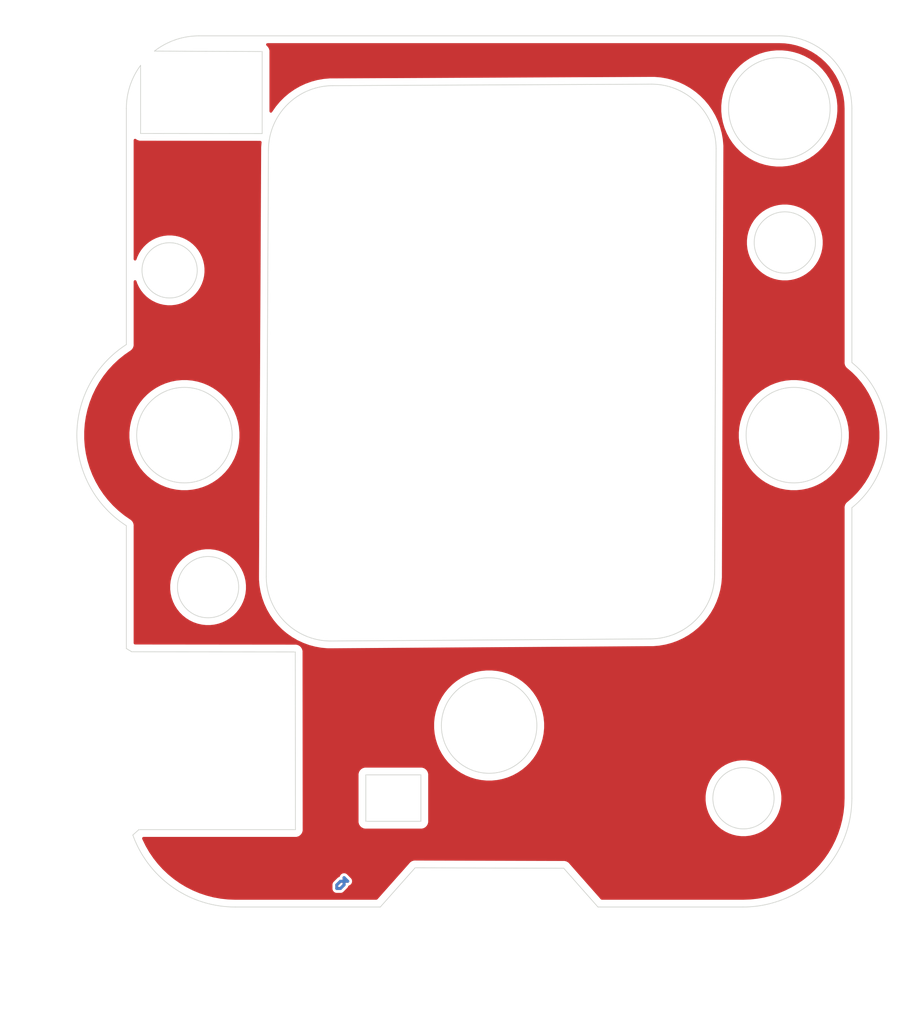
<source format=kicad_pcb>
(kicad_pcb
	(version 20241229)
	(generator "pcbnew")
	(generator_version "9.0")
	(general
		(thickness 1.6)
		(legacy_teardrops no)
	)
	(paper "A4")
	(layers
		(0 "F.Cu" signal)
		(2 "B.Cu" signal)
		(9 "F.Adhes" user "F.Adhesive")
		(11 "B.Adhes" user "B.Adhesive")
		(13 "F.Paste" user)
		(15 "B.Paste" user)
		(5 "F.SilkS" user "F.Silkscreen")
		(7 "B.SilkS" user "B.Silkscreen")
		(1 "F.Mask" user)
		(3 "B.Mask" user)
		(17 "Dwgs.User" user "User.Drawings")
		(19 "Cmts.User" user "User.Comments")
		(21 "Eco1.User" user "User.Eco1")
		(23 "Eco2.User" user "User.Eco2")
		(25 "Edge.Cuts" user)
		(27 "Margin" user)
		(31 "F.CrtYd" user "F.Courtyard")
		(29 "B.CrtYd" user "B.Courtyard")
		(35 "F.Fab" user)
		(33 "B.Fab" user)
		(39 "User.1" user)
		(41 "User.2" user)
		(43 "User.3" user)
		(45 "User.4" user)
	)
	(setup
		(pad_to_mask_clearance 0)
		(allow_soldermask_bridges_in_footprints no)
		(tenting front back)
		(pcbplotparams
			(layerselection 0x00000000_00000000_55555555_5755f5ff)
			(plot_on_all_layers_selection 0x00000000_00000000_00000000_00000000)
			(disableapertmacros no)
			(usegerberextensions no)
			(usegerberattributes yes)
			(usegerberadvancedattributes yes)
			(creategerberjobfile yes)
			(dashed_line_dash_ratio 12.000000)
			(dashed_line_gap_ratio 3.000000)
			(svgprecision 4)
			(plotframeref no)
			(mode 1)
			(useauxorigin no)
			(hpglpennumber 1)
			(hpglpenspeed 20)
			(hpglpendiameter 15.000000)
			(pdf_front_fp_property_popups yes)
			(pdf_back_fp_property_popups yes)
			(pdf_metadata yes)
			(pdf_single_document no)
			(dxfpolygonmode yes)
			(dxfimperialunits yes)
			(dxfusepcbnewfont yes)
			(psnegative no)
			(psa4output no)
			(plot_black_and_white yes)
			(sketchpadsonfab no)
			(plotpadnumbers no)
			(hidednponfab no)
			(sketchdnponfab yes)
			(crossoutdnponfab yes)
			(subtractmaskfromsilk no)
			(outputformat 1)
			(mirror no)
			(drillshape 0)
			(scaleselection 1)
			(outputdirectory "layer3-rev-")
		)
	)
	(net 0 "")
	(gr_line
		(start 73.163479 82.445783)
		(end 72.913479 82.695783)
		(stroke
			(width 0.2)
			(type default)
		)
		(layer "F.Cu")
		(uuid "01ef27fc-11cf-48c6-92dc-a088c8e8b4ff")
	)
	(gr_line
		(start 72.913479 82.195783)
		(end 73.413479 82.195783)
		(stroke
			(width 0.2)
			(type default)
		)
		(layer "F.Cu")
		(uuid "1e923a56-c42d-4c94-ac05-301799c1d26d")
	)
	(gr_line
		(start 72.663479 82.445783)
		(end 72.913479 82.195783)
		(stroke
			(width 0.2)
			(type default)
		)
		(layer "F.Cu")
		(uuid "6cef2924-cfa5-4d1a-b1cd-1c122a70e625")
	)
	(gr_line
		(start 73.163479 81.945783)
		(end 73.163479 82.445783)
		(stroke
			(width 0.2)
			(type default)
		)
		(layer "F.Cu")
		(uuid "73befe6e-cf5c-4f14-a43c-3e7ea0bf33db")
	)
	(gr_line
		(start 72.913479 82.695783)
		(end 72.663479 82.695783)
		(stroke
			(width 0.2)
			(type default)
		)
		(layer "F.Cu")
		(uuid "93f7e43d-fc40-405b-bb03-8f23e1f58c76")
	)
	(gr_line
		(start 72.663479 82.695783)
		(end 72.663479 82.445783)
		(stroke
			(width 0.2)
			(type default)
		)
		(layer "F.Cu")
		(uuid "a6151156-9938-4bcf-9c51-747dcbd94a3a")
	)
	(gr_line
		(start 73.413479 82.195783)
		(end 73.163479 81.945783)
		(stroke
			(width 0.2)
			(type default)
		)
		(layer "F.Cu")
		(uuid "df22bec3-a860-45ed-bc85-c128e5c29293")
	)
	(gr_line
		(start 72.91 82.22)
		(end 73.41 82.22)
		(stroke
			(width 0.2)
			(type default)
		)
		(layer "F.Mask")
		(uuid "1d4e8bea-b730-4f0d-a094-02d5a7b8523b")
	)
	(gr_line
		(start 73.16 82.47)
		(end 72.91 82.72)
		(stroke
			(width 0.2)
			(type default)
		)
		(layer "F.Mask")
		(uuid "3bf84762-cd9e-4568-a309-3cb1c6c1328b")
	)
	(gr_line
		(start 73.16 81.97)
		(end 73.16 82.47)
		(stroke
			(width 0.2)
			(type default)
		)
		(layer "F.Mask")
		(uuid "96565967-d6da-4b24-bb2a-41faf590b193")
	)
	(gr_line
		(start 72.66 82.47)
		(end 72.91 82.22)
		(stroke
			(width 0.2)
			(type default)
		)
		(layer "F.Mask")
		(uuid "9da8fccd-3fbf-4b85-b042-58ba0970418d")
	)
	(gr_line
		(start 72.91 82.72)
		(end 72.66 82.72)
		(stroke
			(width 0.2)
			(type default)
		)
		(layer "F.Mask")
		(uuid "a084f775-ecfa-4113-82c3-6c09b85b90b0")
	)
	(gr_line
		(start 72.66 82.72)
		(end 72.66 82.47)
		(stroke
			(width 0.2)
			(type default)
		)
		(layer "F.Mask")
		(uuid "e34ed0c3-5e45-4810-9dfe-32e64b99b393")
	)
	(gr_line
		(start 73.41 82.22)
		(end 73.16 81.97)
		(stroke
			(width 0.2)
			(type default)
		)
		(layer "F.Mask")
		(uuid "f2c37150-077b-4c26-b3b7-bce230886a5a")
	)
	(gr_line
		(start 73.163479 82.445783)
		(end 73.163479 81.945783)
		(stroke
			(width 0.2)
			(type default)
		)
		(layer "B.Cu")
		(uuid "10f28609-6fe5-40b2-8473-2277e852aaa3")
	)
	(gr_line
		(start 72.913479 82.695783)
		(end 73.163479 82.445783)
		(stroke
			(width 0.2)
			(type default)
		)
		(layer "B.Cu")
		(uuid "57009055-26a1-4521-aabe-ab395c27a90b")
	)
	(gr_line
		(start 72.663479 82.445783)
		(end 72.663479 82.695783)
		(stroke
			(width 0.2)
			(type default)
		)
		(layer "B.Cu")
		(uuid "61fa2b2c-0e7d-4bce-a6af-4ddad6da1021")
	)
	(gr_line
		(start 72.913479 82.195783)
		(end 72.663479 82.445783)
		(stroke
			(width 0.2)
			(type default)
		)
		(layer "B.Cu")
		(uuid "71d5a5e4-312d-40f3-a59a-1063f947a4b4")
	)
	(gr_line
		(start 72.663479 82.695783)
		(end 72.913479 82.695783)
		(stroke
			(width 0.2)
			(type default)
		)
		(layer "B.Cu")
		(uuid "8376769f-4125-47d9-8c2b-3d8ab6b5af44")
	)
	(gr_line
		(start 73.413479 82.195783)
		(end 72.913479 82.195783)
		(stroke
			(width 0.2)
			(type default)
		)
		(layer "B.Cu")
		(uuid "b07cdc43-2681-4442-9853-58d70e08fd45")
	)
	(gr_line
		(start 73.163479 81.945783)
		(end 73.413479 82.195783)
		(stroke
			(width 0.2)
			(type default)
		)
		(layer "B.Cu")
		(uuid "b330f298-97e2-485d-827b-e96c2dc1e3c9")
	)
	(gr_line
		(start 72.91 82.72)
		(end 73.16 82.47)
		(stroke
			(width 0.2)
			(type default)
		)
		(layer "B.Mask")
		(uuid "0b998722-58bc-4b41-8245-d9a2397062b0")
	)
	(gr_line
		(start 72.66 82.72)
		(end 72.91 82.72)
		(stroke
			(width 0.2)
			(type default)
		)
		(layer "B.Mask")
		(uuid "0ea4569f-4c05-4057-99b9-a788cd9590b4")
	)
	(gr_line
		(start 73.16 81.97)
		(end 73.41 82.22)
		(stroke
			(width 0.2)
			(type default)
		)
		(layer "B.Mask")
		(uuid "13a16e56-8500-48e9-9afe-214ffc01a114")
	)
	(gr_line
		(start 73.41 82.22)
		(end 72.91 82.22)
		(stroke
			(width 0.2)
			(type default)
		)
		(layer "B.Mask")
		(uuid "57207568-d11e-4dc6-a5e7-74f245d53dca")
	)
	(gr_line
		(start 72.91 82.22)
		(end 72.66 82.47)
		(stroke
			(width 0.2)
			(type default)
		)
		(layer "B.Mask")
		(uuid "591499f1-30d4-414f-ae81-00a2f1d9cec8")
	)
	(gr_line
		(start 73.16 82.47)
		(end 73.16 81.97)
		(stroke
			(width 0.2)
			(type default)
		)
		(layer "B.Mask")
		(uuid "71871402-aa31-4f60-b5be-c2b258e94986")
	)
	(gr_line
		(start 72.66 82.47)
		(end 72.66 82.72)
		(stroke
			(width 0.2)
			(type default)
		)
		(layer "B.Mask")
		(uuid "8a872aa6-0204-44e7-b320-7ee3c5c3997a")
	)
	(gr_circle
		(center 103.16 28.97)
		(end 106.66 28.97)
		(stroke
			(width 0.05)
			(type solid)
		)
		(fill no)
		(layer "Edge.Cuts")
		(uuid "00e94e27-4bf1-444c-83aa-5c200feca07e")
	)
	(gr_line
		(start 78.46 74.87)
		(end 74.66 74.87)
		(stroke
			(width 0.05)
			(type default)
		)
		(layer "Edge.Cuts")
		(uuid "014a5582-2156-4c66-b9ef-63683e9e9371")
	)
	(gr_line
		(start 74.66 74.87)
		(end 74.66 78.07)
		(stroke
			(width 0.05)
			(type default)
		)
		(layer "Edge.Cuts")
		(uuid "13b3f95a-c7ab-491e-abd2-f5c0fd87ad00")
	)
	(gr_line
		(start 108.16 28.97)
		(end 108.16 46.469999)
		(stroke
			(width 0.05)
			(type default)
		)
		(layer "Edge.Cuts")
		(uuid "18a8785d-bc5a-48c7-bbd5-5972bbac826b")
	)
	(gr_line
		(start 69.81 78.64)
		(end 69.8 66.4)
		(stroke
			(width 0.05)
			(type default)
		)
		(layer "Edge.Cuts")
		(uuid "1dc0d18b-458d-485c-b787-5e2c92a35130")
	)
	(gr_circle
		(center 61.14 40.12)
		(end 63.042761 40.12)
		(stroke
			(width 0.05)
			(type default)
		)
		(fill no)
		(layer "Edge.Cuts")
		(uuid "2174e35b-81ad-421a-aebc-c5fc06a7f315")
	)
	(gr_line
		(start 75.66 83.97)
		(end 65.66 83.97)
		(stroke
			(width 0.05)
			(type default)
		)
		(layer "Edge.Cuts")
		(uuid "217d974e-f6ab-4f71-96cf-c56434a84d7c")
	)
	(gr_line
		(start 74.66 78.07)
		(end 78.46 78.07)
		(stroke
			(width 0.05)
			(type default)
		)
		(layer "Edge.Cuts")
		(uuid "2c90822a-66d9-47e0-bab5-d34fad0c2f90")
	)
	(gr_line
		(start 108.160001 56.470001)
		(end 108.160001 76.470001)
		(stroke
			(width 0.05)
			(type default)
		)
		(layer "Edge.Cuts")
		(uuid "2f870df4-414e-4bb0-98e6-e7a867e7b8ff")
	)
	(gr_line
		(start 67.52 25.05)
		(end 60.095124 25.019491)
		(stroke
			(width 0.05)
			(type default)
		)
		(layer "Edge.Cuts")
		(uuid "33c3cfdd-8108-46d1-b413-82ef275a38d7")
	)
	(gr_line
		(start 100.66 83.97)
		(end 90.66 83.97)
		(stroke
			(width 0.05)
			(type default)
		)
		(layer "Edge.Cuts")
		(uuid "345b8742-d13c-4e74-9eac-cea97d100342")
	)
	(gr_circle
		(center 62.159999 51.47)
		(end 65.45 51.47)
		(stroke
			(width 0.05)
			(type default)
		)
		(fill no)
		(layer "Edge.Cuts")
		(uuid "37e1b680-f5a2-4dc6-9525-609dfab96f2e")
	)
	(gr_arc
		(start 67.95 31.85)
		(mid 69.253375 28.703375)
		(end 72.4 27.4)
		(stroke
			(width 0.05)
			(type default)
		)
		(layer "Edge.Cuts")
		(uuid "38dc75f7-6253-4e80-b9ab-0372238e896c")
	)
	(gr_circle
		(center 100.689752 76.48)
		(end 102.8 76.48)
		(stroke
			(width 0.05)
			(type default)
		)
		(fill no)
		(layer "Edge.Cuts")
		(uuid "3e60fd0e-b0f0-4d8d-b2f8-2af2d818ef64")
	)
	(gr_line
		(start 58.53 66.39)
		(end 58.16 66.17)
		(stroke
			(width 0.05)
			(type default)
		)
		(layer "Edge.Cuts")
		(uuid "3f3064d9-dac7-444b-8fea-f4e39633aa3e")
	)
	(gr_arc
		(start 65.66 83.97)
		(mid 61.348171 82.606622)
		(end 58.603983 79.012168)
		(stroke
			(width 0.05)
			(type default)
		)
		(layer "Edge.Cuts")
		(uuid "4dd9d0f3-c996-4484-ae6a-38b95420a13c")
	)
	(gr_line
		(start 59.138829 26.001734)
		(end 59.14 30.69)
		(stroke
			(width 0.05)
			(type default)
		)
		(layer "Edge.Cuts")
		(uuid "4efbab7e-758f-4970-9e45-bd47f5c35ef9")
	)
	(gr_circle
		(center 63.79 61.94)
		(end 65.9 61.94)
		(stroke
			(width 0.05)
			(type default)
		)
		(fill no)
		(layer "Edge.Cuts")
		(uuid "5682634e-d189-46a9-9431-442b6b50d769")
	)
	(gr_line
		(start 72.4 27.4)
		(end 94.3534 27.296625)
		(stroke
			(width 0.05)
			(type default)
		)
		(layer "Edge.Cuts")
		(uuid "56ae28f5-d269-42d2-9887-00267ba4fe6b")
	)
	(gr_line
		(start 69.8 66.4)
		(end 58.53 66.39)
		(stroke
			(width 0.05)
			(type default)
		)
		(layer "Edge.Cuts")
		(uuid "68cd1c40-5895-4a66-aa69-20885f53d92e")
	)
	(gr_line
		(start 67.52 30.7)
		(end 67.52 25.05)
		(stroke
			(width 0.05)
			(type default)
		)
		(layer "Edge.Cuts")
		(uuid "6b61c277-0853-4634-aef2-485b0c80eddf")
	)
	(gr_arc
		(start 72.25 65.65)
		(mid 69.103375 64.346625)
		(end 67.8 61.2)
		(stroke
			(width 0.05)
			(type default)
		)
		(layer "Edge.Cuts")
		(uuid "6e092e51-8723-4603-8ad1-a5c026fe639d")
	)
	(gr_line
		(start 58.16 45.229626)
		(end 58.16 28.97)
		(stroke
			(width 0.05)
			(type default)
		)
		(layer "Edge.Cuts")
		(uuid "753b5cba-b231-41f6-898a-a1ff3af42ae9")
	)
	(gr_line
		(start 103.16 23.97)
		(end 63.16 23.97)
		(stroke
			(width 0.05)
			(type default)
		)
		(layer "Edge.Cuts")
		(uuid "7619b70a-531e-47fc-b4c9-0868cda75ba5")
	)
	(gr_line
		(start 98.803375 31.7466)
		(end 98.703375 61.053375)
		(stroke
			(width 0.05)
			(type default)
		)
		(layer "Edge.Cuts")
		(uuid "8b78ca09-7826-45b3-b1d2-200fe884c25f")
	)
	(gr_line
		(start 67.8 61.2)
		(end 67.95 31.85)
		(stroke
			(width 0.05)
			(type default)
		)
		(layer "Edge.Cuts")
		(uuid "9c6b3a85-6634-45de-92ef-c158b19c2fe8")
	)
	(gr_line
		(start 59.02 78.64)
		(end 69.81 78.64)
		(stroke
			(width 0.05)
			(type default)
		)
		(layer "Edge.Cuts")
		(uuid "a0d0a60e-68d7-4205-b5e7-550b7323c346")
	)
	(gr_line
		(start 88.3 81.3)
		(end 90.66 83.97)
		(stroke
			(width 0.05)
			(type default)
		)
		(layer "Edge.Cuts")
		(uuid "a9debb51-54a6-4840-8c62-d5bd7a4ec080")
	)
	(gr_arc
		(start 103.16 23.97)
		(mid 106.695534 25.434466)
		(end 108.16 28.97)
		(stroke
			(width 0.05)
			(type default)
		)
		(layer "Edge.Cuts")
		(uuid "adb2b8e1-501e-4312-925a-f94b9f864030")
	)
	(gr_line
		(start 78.06 81.27)
		(end 88.3 81.3)
		(stroke
			(width 0.05)
			(type default)
		)
		(layer "Edge.Cuts")
		(uuid "b5c1b8ee-112d-446e-a441-15fc35c60c58")
	)
	(gr_arc
		(start 108.16 76.47)
		(mid 105.963301 81.773301)
		(end 100.66 83.97)
		(stroke
			(width 0.05)
			(type default)
		)
		(layer "Edge.Cuts")
		(uuid "b63c7a76-301d-4513-980d-cdb5f47cc57e")
	)
	(gr_line
		(start 78.46 78.07)
		(end 78.46 74.87)
		(stroke
			(width 0.05)
			(type default)
		)
		(layer "Edge.Cuts")
		(uuid "bd32abf2-8bb7-4ceb-a84c-c7b5ec060580")
	)
	(gr_line
		(start 59.14 30.69)
		(end 67.52 30.7)
		(stroke
			(width 0.05)
			(type default)
		)
		(layer "Edge.Cuts")
		(uuid "c62562f9-a3b8-41ff-915a-1aea37dac206")
	)
	(gr_line
		(start 94.253375 65.503374)
		(end 72.25 65.65)
		(stroke
			(width 0.05)
			(type default)
		)
		(layer "Edge.Cuts")
		(uuid "cb10813b-5371-4db8-bb80-c1e60e872761")
	)
	(gr_circle
		(center 103.539752 38.2)
		(end 105.65 38.2)
		(stroke
			(width 0.05)
			(type default)
		)
		(fill no)
		(layer "Edge.Cuts")
		(uuid "cb70b0de-c33d-4d6e-bc75-b2fcf121fe76")
	)
	(gr_arc
		(start 94.353375 27.296625)
		(mid 97.5 28.6)
		(end 98.803375 31.746625)
		(stroke
			(width 0.05)
			(type default)
		)
		(layer "Edge.Cuts")
		(uuid "cfeb0f01-5778-4a50-bbbc-b75e07f50b0b")
	)
	(gr_arc
		(start 98.703375 61.053375)
		(mid 97.4 64.2)
		(end 94.253375 65.503375)
		(stroke
			(width 0.05)
			(type default)
		)
		(layer "Edge.Cuts")
		(uuid "d3a4215d-9793-4006-b24a-bc50a99f2b73")
	)
	(gr_arc
		(start 58.160001 57.710376)
		(mid 54.747694 51.470001)
		(end 58.159999 45.229626)
		(stroke
			(width 0.05)
			(type solid)
		)
		(layer "Edge.Cuts")
		(uuid "dacddf30-058c-4e59-b514-b6ce7b6342d4")
	)
	(gr_arc
		(start 108.16 46.470001)
		(mid 110.563123 51.470001)
		(end 108.159998 56.47)
		(stroke
			(width 0.05)
			(type solid)
		)
		(layer "Edge.Cuts")
		(uuid "ded4eb70-1e97-4b49-930b-70b91a209577")
	)
	(gr_arc
		(start 60.095122 25.019491)
		(mid 61.540208 24.239644)
		(end 63.16 23.97)
		(stroke
			(width 0.05)
			(type default)
		)
		(layer "Edge.Cuts")
		(uuid "df3a7958-56d3-49e4-b57d-cf4d952da858")
	)
	(gr_line
		(start 58.603983 79.012168)
		(end 59.02 78.64)
		(stroke
			(width 0.05)
			(type default)
		)
		(layer "Edge.Cuts")
		(uuid "e3157737-31e9-45cb-86e0-f99c0e709aa0")
	)
	(gr_line
		(start 58.16 66.17)
		(end 58.160003 57.710376)
		(stroke
			(width 0.05)
			(type default)
		)
		(layer "Edge.Cuts")
		(uuid "ea933a7c-b3e6-4df0-98c7-9c2e5e5f6bfe")
	)
	(gr_line
		(start 75.66 83.97)
		(end 78.06 81.27)
		(stroke
			(width 0.05)
			(type default)
		)
		(layer "Edge.Cuts")
		(uuid "ec56a871-4460-4e4b-b4f5-aab755fbd061")
	)
	(gr_circle
		(center 83.16 71.47)
		(end 86.45 71.47)
		(stroke
			(width 0.05)
			(type default)
		)
		(fill no)
		(layer "Edge.Cuts")
		(uuid "eed237c4-4e0e-47d6-9c2a-8abcba90b5a8")
	)
	(gr_arc
		(start 58.16 28.97)
		(mid 58.411021 27.407253)
		(end 59.138829 26.001734)
		(stroke
			(width 0.05)
			(type default)
		)
		(layer "Edge.Cuts")
		(uuid "f4656d53-0503-4e05-99bc-51513e3c4492")
	)
	(gr_circle
		(center 104.16 51.47)
		(end 107.45 51.47)
		(stroke
			(width 0.05)
			(type default)
		)
		(fill no)
		(layer "Edge.Cuts")
		(uuid "f7bf3335-543a-4737-9ef0-e59bdeda9f78")
	)
	(gr_text "tadpoleswadge\nrev-"
		(at 97 70.75 0)
		(layer "F.Mask")
		(uuid "765a267b-80e4-4869-bcbd-57512c16eb2d")
		(effects
			(font
				(size 1.5 1.5)
				(thickness 0.3)
				(bold yes)
			)
		)
	)
	(zone
		(net 0)
		(net_name "")
		(layer "F.Cu")
		(uuid "9b0aa0de-86ac-4d19-8a39-36fc7bc2115f")
		(hatch edge 0.5)
		(connect_pads
			(clearance 0)
		)
		(min_thickness 0.25)
		(filled_areas_thickness no)
		(keepout
			(tracks allowed)
			(vias allowed)
			(pads allowed)
			(copperpour not_allowed)
			(footprints allowed)
		)
		(placement
			(enabled no)
			(sheetname "")
		)
		(fill
			(thermal_gap 0.5)
			(thermal_bridge_width 0.5)
		)
		(polygon
			(pts
				(xy 101.6 32.15) (xy 104.05 32.2) (xy 106.15 30.85) (xy 106.7 28.4) (xy 104.8 25.65) (xy 102 25.6)
				(xy 99.75 27.65) (xy 99.9 30.25)
			)
		)
	)
	(zone
		(net 0)
		(net_name "")
		(layer "F.Cu")
		(uuid "dfbf36ea-6084-4c98-b1bf-42bf10395eaf")
		(hatch edge 0.5)
		(connect_pads
			(clearance 0.2)
		)
		(min_thickness 0.2)
		(filled_areas_thickness no)
		(fill yes
			(thermal_gap 0.2)
			(thermal_bridge_width 0.2)
			(island_removal_mode 1)
			(island_area_min 10)
		)
		(polygon
			(pts
				(xy 53.85 91.65) (xy 49.45 21.5) (xy 112.45 21.8) (xy 110.75 92.05)
			)
		)
		(filled_polygon
			(layer "F.Cu")
			(island)
			(pts
				(xy 103.162152 24.470593) (xy 103.547853 24.487434) (xy 103.556432 24.488184) (xy 103.937053 24.538295)
				(xy 103.945544 24.539792) (xy 104.320338 24.622881) (xy 104.328671 24.625114) (xy 104.694797 24.740553)
				(xy 104.702913 24.743507) (xy 105.057587 24.890418) (xy 105.065398 24.89406) (xy 105.40591 25.07132)
				(xy 105.41339 25.075638) (xy 105.737167 25.281906) (xy 105.74424 25.286859) (xy 106.023639 25.50125)
				(xy 106.048797 25.520554) (xy 106.055398 25.526093) (xy 106.338459 25.78547) (xy 106.344529 25.79154)
				(xy 106.603905 26.074599) (xy 106.609445 26.081202) (xy 106.843139 26.385758) (xy 106.848093 26.392832)
				(xy 107.054361 26.716609) (xy 107.058679 26.724089) (xy 107.235935 27.064593) (xy 107.239585 27.07242)
				(xy 107.386492 27.427086) (xy 107.389446 27.435202) (xy 107.504884 27.801326) (xy 107.507119 27.809668)
				(xy 107.590205 28.184445) (xy 107.591705 28.192951) (xy 107.641813 28.573554) (xy 107.642566 28.582158)
				(xy 107.659406 28.967847) (xy 107.6595 28.972165) (xy 107.6595 46.432102) (xy 107.655284 46.459783)
				(xy 107.6595 46.497724) (xy 107.6595 46.535894) (xy 107.664805 46.555693) (xy 107.667572 46.570378)
				(xy 107.669836 46.590757) (xy 107.669838 46.590761) (xy 107.683729 46.626318) (xy 107.693608 46.663185)
				(xy 107.707598 46.687417) (xy 107.710327 46.694401) (xy 107.71033 46.694406) (xy 107.717793 46.713509)
				(xy 107.717794 46.71351) (xy 107.74042 46.744266) (xy 107.7595 46.777313) (xy 107.779291 46.797104)
				(xy 107.783735 46.803144) (xy 107.783735 46.803146) (xy 107.795883 46.819659) (xy 107.795888 46.819664)
				(xy 107.821419 46.840089) (xy 107.823051 46.841423) (xy 107.82645 46.844263) (xy 107.852686 46.870499)
				(xy 107.869395 46.880146) (xy 107.875961 46.885632) (xy 107.87617 46.885965) (xy 107.877291 46.886763)
				(xy 108.005424 46.997724) (xy 108.192008 47.159303) (xy 108.197637 47.164575) (xy 108.515319 47.486233)
				(xy 108.520519 47.491926) (xy 108.796718 47.819004) (xy 108.812194 47.83733) (xy 108.816936 47.843412)
				(xy 109.080843 48.210476) (xy 109.085098 48.216908) (xy 109.319628 48.603393) (xy 109.323369 48.610136)
				(xy 109.527114 49.013725) (xy 109.530318 49.02074) (xy 109.70202 49.438939) (xy 109.704669 49.446182)
				(xy 109.843298 49.876478) (xy 109.845376 49.883905) (xy 109.950096 50.323712) (xy 109.951588 50.331277)
				(xy 110.021753 50.77787) (xy 110.022653 50.78553) (xy 110.057844 51.236256) (xy 110.058144 51.243962)
				(xy 110.058144 51.696039) (xy 110.057844 51.703745) (xy 110.022652 52.154473) (xy 110.021752 52.162132)
				(xy 109.951589 52.608718) (xy 109.950097 52.616284) (xy 109.845374 53.056099) (xy 109.843296 53.063526)
				(xy 109.704669 53.493818) (xy 109.70202 53.501061) (xy 109.530317 53.919261) (xy 109.527113 53.926276)
				(xy 109.323368 54.329864) (xy 109.319627 54.336607) (xy 109.085096 54.723093) (xy 109.080841 54.729525)
				(xy 108.816935 55.096588) (xy 108.812193 55.10267) (xy 108.520518 55.448074) (xy 108.515317 55.453768)
				(xy 108.197635 55.775426) (xy 108.192006 55.780698) (xy 107.877287 56.053238) (xy 107.875956 56.05437)
				(xy 107.869388 56.059857) (xy 107.852687 56.069501) (xy 107.826464 56.095722) (xy 107.823065 56.098563)
				(xy 107.822809 56.098665) (xy 107.821435 56.099896) (xy 107.795884 56.120337) (xy 107.795882 56.12034)
				(xy 107.783724 56.136866) (xy 107.779282 56.142905) (xy 107.759501 56.162687) (xy 107.740428 56.195721)
				(xy 107.737174 56.200145) (xy 107.737172 56.200146) (xy 107.717795 56.226487) (xy 107.717793 56.22649)
				(xy 107.717793 56.226491) (xy 107.707598 56.252584) (xy 107.693609 56.276815) (xy 107.683736 56.313656)
				(xy 107.681739 56.318769) (xy 107.681737 56.31877) (xy 107.669837 56.349232) (xy 107.669836 56.349237)
				(xy 107.667569 56.369629) (xy 107.666741 56.377085) (xy 107.659501 56.404109) (xy 107.659501 56.442249)
				(xy 107.658895 56.447701) (xy 107.658894 56.447703) (xy 107.658895 56.447703) (xy 107.655282 56.480212)
				(xy 107.655282 56.480221) (xy 107.658372 56.500505) (xy 107.659501 56.515412) (xy 107.659501 76.404104)
				(xy 107.6595 76.404108) (xy 107.6595 76.468228) (xy 107.6595 76.468229) (xy 107.659437 76.471763)
				(xy 107.641792 76.965803) (xy 107.641288 76.972852) (xy 107.588632 77.462621) (xy 107.587626 77.469616)
				(xy 107.500166 77.95437) (xy 107.498664 77.961275) (xy 107.376845 78.438559) (xy 107.374854 78.44534)
				(xy 107.219296 78.912721) (xy 107.216826 78.919343) (xy 107.028319 79.374435) (xy 107.025383 79.380863)
				(xy 106.804897 79.82134) (xy 106.80151 79.827543) (xy 106.550161 80.251168) (xy 106.546341 80.257113)
				(xy 106.265402 80.661741) (xy 106.261167 80.667398) (xy 105.952087 81.050944) (xy 105.947459 81.056285)
				(xy 105.611803 81.416805) (xy 105.606805 81.421803) (xy 105.246285 81.757459) (xy 105.240944 81.762087)
				(xy 104.857398 82.071167) (xy 104.851741 82.075402) (xy 104.447113 82.356341) (xy 104.441168 82.360161)
				(xy 104.017543 82.61151) (xy 104.01134 82.614897) (xy 103.570863 82.835383) (xy 103.564435 82.838319)
				(xy 103.109343 83.026826) (xy 103.102721 83.029296) (xy 102.63534 83.184854) (xy 102.628559 83.186845)
				(xy 102.151275 83.308664) (xy 102.14437 83.310166) (xy 101.659616 83.397626) (xy 101.652621 83.398632)
				(xy 101.162852 83.451288) (xy 101.155803 83.451792) (xy 100.661764 83.469437) (xy 100.65823 83.4695)
				(xy 90.930224 83.4695) (xy 90.872033 83.450593) (xy 90.856047 83.436065) (xy 88.750283 81.053698)
				(xy 88.708798 81.006764) (xy 88.701399 80.993861) (xy 88.665281 80.957531) (xy 88.631368 80.919163)
				(xy 88.627384 80.916523) (xy 88.611858 80.903794) (xy 88.608486 80.900402) (xy 88.566695 80.87611)
				(xy 88.566695 80.876109) (xy 88.564185 80.87465) (xy 88.521509 80.846375) (xy 88.507411 80.84165)
				(xy 88.494552 80.834176) (xy 88.447916 80.821532) (xy 88.445099 80.820768) (xy 88.396555 80.804501)
				(xy 88.381715 80.803586) (xy 88.371976 80.800946) (xy 88.371975 80.800946) (xy 88.36736 80.799695)
				(xy 88.367364 80.799695) (xy 88.319041 80.799552) (xy 88.313247 80.799365) (xy 88.265019 80.796393)
				(xy 88.260332 80.797345) (xy 88.240355 80.799322) (xy 78.121644 80.769678) (xy 78.121643 80.769678)
				(xy 78.111707 80.769648) (xy 78.096388 80.766495) (xy 78.046032 80.769455) (xy 78.042987 80.769447)
				(xy 78.042986 80.769446) (xy 77.996293 80.769311) (xy 77.995575 80.769309) (xy 77.995574 80.769309)
				(xy 77.995569 80.769309) (xy 77.99005 80.770771) (xy 77.990049 80.77077) (xy 77.98044 80.773314)
				(xy 77.964831 80.774233) (xy 77.916971 80.790122) (xy 77.914008 80.790907) (xy 77.914001 80.79091)
				(xy 77.868179 80.803044) (xy 77.863226 80.805885) (xy 77.845181 80.813956) (xy 77.839763 80.815754)
				(xy 77.839761 80.815755) (xy 77.800168 80.841828) (xy 77.800167 80.841827) (xy 77.797598 80.843518)
				(xy 77.753861 80.868601) (xy 77.742768 80.879627) (xy 77.734474 80.88509) (xy 77.734473 80.885092)
				(xy 77.729704 80.888233) (xy 77.729694 80.888241) (xy 77.698206 80.923662) (xy 77.698207 80.923663)
				(xy 77.696175 80.925948) (xy 77.660402 80.961514) (xy 77.652539 80.975038) (xy 77.645937 80.982467)
				(xy 75.464778 83.436272) (xy 75.411986 83.467203) (xy 75.390784 83.4695) (xy 65.66179 83.4695) (xy 65.658224 83.469436)
				(xy 65.159624 83.451464) (xy 65.15251 83.45095) (xy 64.658296 83.397323) (xy 64.651238 83.396299)
				(xy 64.16215 83.307225) (xy 64.155184 83.305695) (xy 63.673793 83.181646) (xy 63.666955 83.179619)
				(xy 63.195729 83.021227) (xy 63.189054 83.018712) (xy 62.730471 82.826812) (xy 62.723996 82.823824)
				(xy 62.280398 82.599396) (xy 62.274153 82.595949) (xy 62.166452 82.531326) (xy 62.088616 82.484622)
				(xy 62.088615 82.484621) (xy 61.957948 82.406218) (xy 72.362979 82.406218) (xy 72.362979 82.735347)
				(xy 72.383457 82.811771) (xy 72.383459 82.811775) (xy 72.404696 82.848558) (xy 72.423019 82.880294)
				(xy 72.478968 82.936243) (xy 72.47897 82.936244) (xy 72.547486 82.975802) (xy 72.54749 82.975804)
				(xy 72.623914 82.996282) (xy 72.623916 82.996283) (xy 72.623917 82.996283) (xy 72.953042 82.996283)
				(xy 72.953042 82.996282) (xy 73.029468 82.975804) (xy 73.09799 82.936243) (xy 73.125964 82.908268)
				(xy 73.15394 82.880294) (xy 73.298888 82.735345) (xy 73.403939 82.630294) (xy 73.413742 82.613314)
				(xy 73.4435 82.561772) (xy 73.449352 82.539928) (xy 73.453558 82.531326) (xy 73.468494 82.515886)
				(xy 73.480196 82.497867) (xy 73.491497 82.492108) (xy 73.4961 82.487351) (xy 73.503321 82.486084)
				(xy 73.516876 82.479177) (xy 73.529468 82.475804) (xy 73.59799 82.436243) (xy 73.653939 82.380294)
				(xy 73.6935 82.311772) (xy 73.713979 82.235345) (xy 73.713979 82.156221) (xy 73.6935 82.079794)
				(xy 73.690964 82.075402) (xy 73.653939 82.011272) (xy 73.597991 81.955323) (xy 73.347993 81.705326)
				(xy 73.34799 81.705323) (xy 73.347984 81.705319) (xy 73.347982 81.705318) (xy 73.341192 81.701398)
				(xy 73.34119 81.701397) (xy 73.27947 81.665763) (xy 73.279467 81.665761) (xy 73.203043 81.645283)
				(xy 73.203041 81.645283) (xy 73.123917 81.645283) (xy 73.123914 81.645283) (xy 73.04749 81.665761)
				(xy 73.047486 81.665763) (xy 72.97897 81.705321) (xy 72.923017 81.761274) (xy 72.883459 81.82979)
				(xy 72.883458 81.829792) (xy 72.880083 81.842388) (xy 72.846757 81.893701) (xy 72.810084 81.912387)
				(xy 72.797488 81.915762) (xy 72.797486 81.915763) (xy 72.728968 81.955322) (xy 72.423018 82.261272)
				(xy 72.383459 82.32979) (xy 72.383457 82.329794) (xy 72.362979 82.406218) (xy 61.957948 82.406218)
				(xy 61.84788 82.340175) (xy 61.8419 82.336287) (xy 61.435153 82.050491) (xy 61.429469 82.046184)
				(xy 61.386696 82.011272) (xy 61.044328 81.731825) (xy 61.038982 81.72713) (xy 60.677483 81.385866)
				(xy 60.67248 81.38079) (xy 60.336495 81.014392) (xy 60.331867 81.008965) (xy 60.023131 80.619327)
				(xy 60.018906 80.613581) (xy 59.739029 80.202736) (xy 59.735228 80.196701) (xy 59.485646 79.766751)
				(xy 59.48229 79.760457) (xy 59.264319 79.313672) (xy 59.261425 79.307154) (xy 59.249072 79.27639)
				(xy 59.244934 79.215344) (xy 59.277468 79.163526) (xy 59.334247 79.140727) (xy 59.340942 79.1405)
				(xy 69.737652 79.1405) (xy 69.738551 79.140558) (xy 69.744513 79.140553) (xy 69.744517 79.140554)
				(xy 69.810409 79.1405) (xy 69.875892 79.1405) (xy 69.875897 79.140498) (xy 69.875946 79.140492)
				(xy 69.876029 79.140481) (xy 69.876288 79.140446) (xy 69.876301 79.140446) (xy 69.93975 79.123389)
				(xy 70.003186 79.106392) (xy 70.003366 79.106287) (xy 70.003567 79.106234) (xy 70.060427 79.073342)
				(xy 70.060508 79.073325) (xy 70.060496 79.073303) (xy 70.117314 79.0405) (xy 70.11746 79.040353)
				(xy 70.117641 79.040249) (xy 70.164196 78.993618) (xy 70.2105 78.947314) (xy 70.210504 78.947305)
				(xy 70.210659 78.947105) (xy 70.210741 78.946996) (xy 70.210751 78.946987) (xy 70.243712 78.889787)
				(xy 70.276392 78.833186) (xy 70.276445 78.832986) (xy 70.27655 78.832805) (xy 70.293601 78.76896)
				(xy 70.293701 78.768589) (xy 70.310499 78.705894) (xy 70.3105 78.705892) (xy 70.3105 78.705886)
				(xy 70.31055 78.705496) (xy 70.310554 78.705483) (xy 70.3105 78.638867) (xy 70.3105 78.574108) (xy 70.310446 78.573908)
				(xy 70.307614 75.107464) (xy 70.307366 74.804108) (xy 74.1595 74.804108) (xy 74.1595 78.135892)
				(xy 74.182853 78.223048) (xy 74.193609 78.26319) (xy 74.259496 78.377309) (xy 74.259498 78.377311)
				(xy 74.2595 78.377314) (xy 74.352686 78.4705) (xy 74.352688 78.470501) (xy 74.35269 78.470503) (xy 74.46681 78.53639)
				(xy 74.466808 78.53639) (xy 74.466812 78.536391) (xy 74.466814 78.536392) (xy 74.594108 78.5705)
				(xy 74.59411 78.5705) (xy 78.52589 78.5705) (xy 78.525892 78.5705) (xy 78.653186 78.536392) (xy 78.653188 78.53639)
				(xy 78.65319 78.53639) (xy 78.767309 78.470503) (xy 78.767309 78.470502) (xy 78.767314 78.4705)
				(xy 78.8605 78.377314) (xy 78.926392 78.263186) (xy 78.9605 78.135892) (xy 78.9605 76.333382) (xy 98.079004 76.333382)
				(xy 98.079004 76.626617) (xy 98.111834 76.918004) (xy 98.177086 77.20389) (xy 98.273933 77.480661)
				(xy 98.401162 77.744856) (xy 98.534996 77.957851) (xy 98.557173 77.993146) (xy 98.740001 78.222404)
				(xy 98.947348 78.429751) (xy 99.176606 78.612579) (xy 99.218448 78.63887) (xy 99.424895 78.768589)
				(xy 99.545943 78.826882) (xy 99.689088 78.895817) (xy 99.689091 78.895818) (xy 99.68909 78.895818)
				(xy 99.965861 78.992665) (xy 99.965864 78.992665) (xy 99.965865 78.992666) (xy 100.251746 79.057917)
				(xy 100.543136 79.090748) (xy 100.543137 79.090748) (xy 100.836367 79.090748) (xy 100.836368 79.090748)
				(xy 101.127758 79.057917) (xy 101.413639 78.992666) (xy 101.425531 78.988505) (xy 101.690413 78.895818)
				(xy 101.690412 78.895818) (xy 101.690416 78.895817) (xy 101.953676 78.769038) (xy 101.954608 78.768589)
				(xy 101.95461 78.768588) (xy 102.202898 78.612579) (xy 102.432156 78.429751) (xy 102.639503 78.222404)
				(xy 102.822331 77.993146) (xy 102.97834 77.744858) (xy 103.105569 77.480664) (xy 103.202418 77.203887)
				(xy 103.267669 76.918006) (xy 103.3005 76.626616) (xy 103.3005 76.333384) (xy 103.267669 76.041994)
				(xy 103.202418 75.756113) (xy 103.161406 75.638909) (xy 103.10557 75.479338) (xy 102.978341 75.215143)
				(xy 102.870319 75.043227) (xy 102.822331 74.966854) (xy 102.639503 74.737596) (xy 102.432156 74.530249)
				(xy 102.202898 74.347421) (xy 102.098727 74.281966) (xy 101.954608 74.19141) (xy 101.690412 74.064181)
				(xy 101.690413 74.064181) (xy 101.413642 73.967334) (xy 101.127756 73.902082) (xy 100.836369 73.869252)
				(xy 100.836368 73.869252) (xy 100.543136 73.869252) (xy 100.543134 73.869252) (xy 100.251747 73.902082)
				(xy 99.965861 73.967334) (xy 99.68909 74.064181) (xy 99.424895 74.19141) (xy 99.176605 74.347421)
				(xy 98.947344 74.530252) (xy 98.740004 74.737592) (xy 98.557173 74.966853) (xy 98.401162 75.215143)
				(xy 98.273933 75.479338) (xy 98.177086 75.756109) (xy 98.111834 76.041995) (xy 98.079004 76.333382)
				(xy 78.9605 76.333382) (xy 78.9605 74.804108) (xy 78.926392 74.676814) (xy 78.92639 74.676811) (xy 78.92639 74.676809)
				(xy 78.860503 74.56269) (xy 78.860501 74.562688) (xy 78.8605 74.562686) (xy 78.767314 74.4695) (xy 78.767311 74.469498)
				(xy 78.767309 74.469496) (xy 78.653189 74.403609) (xy 78.653191 74.403609) (xy 78.603799 74.390375)
				(xy 78.525892 74.3695) (xy 74.725892 74.3695) (xy 74.594108 74.3695) (xy 74.5162 74.390375) (xy 74.466809 74.403609)
				(xy 74.35269 74.469496) (xy 74.259496 74.56269) (xy 74.193609 74.676809) (xy 74.193608 74.676814)
				(xy 74.1595 74.804108) (xy 70.307366 74.804108) (xy 70.307361 74.7977) (xy 70.30449 71.283787) (xy 79.3695 71.283787)
				(xy 79.3695 71.656212) (xy 79.406004 72.026849) (xy 79.478663 72.392129) (xy 79.586769 72.748512)
				(xy 79.729292 73.092593) (xy 79.729305 73.09262) (xy 79.904856 73.421053) (xy 80.060042 73.653304)
				(xy 80.11177 73.730721) (xy 80.348038 74.018614) (xy 80.611386 74.281962) (xy 80.899279 74.51823)
				(xy 81.054111 74.621685) (xy 81.208946 74.725143) (xy 81.537379 74.900694) (xy 81.537398 74.900704)
				(xy 81.881479 75.043227) (xy 81.881481 75.043227) (xy 81.881487 75.04323) (xy 82.189525 75.13667)
				(xy 82.237873 75.151337) (xy 82.603147 75.223995) (xy 82.973785 75.2605) (xy 82.973788 75.2605)
				(xy 83.346212 75.2605) (xy 83.346215 75.2605) (xy 83.716853 75.223995) (xy 84.082127 75.151337)
				(xy 84.293477 75.087225) (xy 84.438512 75.04323) (xy 84.438514 75.043228) (xy 84.438521 75.043227)
				(xy 84.782602 74.900704) (xy 84.975308 74.7977) (xy 85.111053 74.725143) (xy 85.111056 74.725141)
				(xy 85.420721 74.51823) (xy 85.708614 74.281962) (xy 85.971962 74.018614) (xy 86.20823 73.730721)
				(xy 86.415141 73.421056) (xy 86.590704 73.092602) (xy 86.733227 72.748521) (xy 86.841337 72.392127)
				(xy 86.913995 72.026853) (xy 86.9505 71.656215) (xy 86.9505 71.283785) (xy 86.913995 70.913147)
				(xy 86.841337 70.547873) (xy 86.82667 70.499525) (xy 86.73323 70.191487) (xy 86.594183 69.855796)
				(xy 86.590704 69.847398) (xy 86.590694 69.847379) (xy 86.415143 69.518946) (xy 86.311685 69.364111)
				(xy 86.20823 69.209279) (xy 85.971962 68.921386) (xy 85.708614 68.658038) (xy 85.420721 68.42177)
				(xy 85.343304 68.370042) (xy 85.111053 68.214856) (xy 84.78262 68.039305) (xy 84.782608 68.039299)
				(xy 84.782602 68.039296) (xy 84.782597 68.039293) (xy 84.782593 68.039292) (xy 84.438512 67.896769)
				(xy 84.082129 67.788663) (xy 83.83637 67.739778) (xy 83.716853 67.716005) (xy 83.716851 67.716004)
				(xy 83.445908 67.689318) (xy 83.346215 67.6795) (xy 82.973785 67.6795) (xy 82.864273 67.690286)
				(xy 82.60315 67.716004) (xy 82.23787 67.788663) (xy 81.881487 67.896769) (xy 81.537406 68.039292)
				(xy 81.537379 68.039305) (xy 81.208946 68.214856) (xy 80.899277 68.421771) (xy 80.611391 68.658033)
				(xy 80.348033 68.921391) (xy 80.111771 69.209277) (xy 79.904856 69.518946) (xy 79.729305 69.847379)
				(xy 79.729292 69.847406) (xy 79.586769 70.191487) (xy 79.478663 70.54787) (xy 79.406004 70.91315)
				(xy 79.377476 71.2028) (xy 79.369732 71.281436) (xy 79.3695 71.283787) (xy 70.30449 71.283787) (xy 70.304488 71.281436)
				(xy 70.303316 69.847406) (xy 70.3005 66.399838) (xy 70.300558 66.334552) (xy 70.30045 66.334149)
				(xy 70.30045 66.333728) (xy 70.300447 66.333707) (xy 70.300446 66.333703) (xy 70.300446 66.333699)
				(xy 70.283412 66.270337) (xy 70.266563 66.207228) (xy 70.266361 66.206879) (xy 70.266256 66.206486)
				(xy 70.266235 66.206435) (xy 70.266234 66.206433) (xy 70.233368 66.149615) (xy 70.200772 66.093041)
				(xy 70.200466 66.092734) (xy 70.200249 66.092359) (xy 70.153784 66.04597) (xy 70.107669 65.999773)
				(xy 70.107295 65.999556) (xy 70.106987 65.999249) (xy 70.106972 65.99924) (xy 70.050022 65.966422)
				(xy 70.050022 65.966421) (xy 70.049877 65.966338) (xy 70.049876 65.966338) (xy 69.993599 65.93378)
				(xy 69.993184 65.933668) (xy 69.992805 65.93345) (xy 69.992791 65.933446) (xy 69.992789 65.933445)
				(xy 69.929122 65.916441) (xy 69.929118 65.916441) (xy 69.929039 65.91642) (xy 69.866336 65.899559)
				(xy 69.865904 65.899558) (xy 69.865483 65.899446) (xy 69.865461 65.899446) (xy 69.799808 65.899498)
				(xy 69.799642 65.899498) (xy 58.759412 65.889703) (xy 58.701238 65.870744) (xy 58.665318 65.821212)
				(xy 58.6605 65.790703) (xy 58.6605 63.860761) (xy 58.660501 61.793397) (xy 61.1795 61.793397) (xy 61.1795 61.81372)
				(xy 61.1795 62.086603) (xy 61.179501 62.086611) (xy 61.212328 62.37796) (xy 61.21233 62.37797) (xy 61.277573 62.663818)
				(xy 61.277573 62.663819) (xy 61.277572 62.663819) (xy 61.374412 62.940567) (xy 61.374413 62.94057)
				(xy 61.501621 63.204723) (xy 61.501627 63.204734) (xy 61.501629 63.204738) (xy 61.657624 63.453001)
				(xy 61.657626 63.453004) (xy 61.657628 63.453007) (xy 61.840424 63.682227) (xy 61.84043 63.682233)
				(xy 61.840434 63.682238) (xy 62.047762 63.889566) (xy 62.047766 63.889569) (xy 62.047772 63.889575)
				(xy 62.276992 64.072371) (xy 62.276996 64.072373) (xy 62.276999 64.072376) (xy 62.525262 64.228371)
				(xy 62.525271 64.228375) (xy 62.525276 64.228378) (xy 62.756409 64.339685) (xy 62.789431 64.355587)
				(xy 63.066182 64.452427) (xy 63.352036 64.517671) (xy 63.643397 64.5505) (xy 63.643407 64.5505)
				(xy 63.936593 64.5505) (xy 63.936603 64.5505) (xy 64.227964 64.517671) (xy 64.513818 64.452427)
				(xy 64.790569 64.355587) (xy 65.054738 64.228371) (xy 65.303001 64.072376) (xy 65.532238 63.889566)
				(xy 65.739566 63.682238) (xy 65.922376 63.453001) (xy 66.078371 63.204738) (xy 66.205587 62.940569)
				(xy 66.302427 62.663818) (xy 66.367671 62.377964) (xy 66.4005 62.086603) (xy 66.4005 61.793397)
				(xy 66.367671 61.502036) (xy 66.302427 61.216182) (xy 66.302426 61.21618) (xy 66.302427 61.21618)
				(xy 66.205587 60.939432) (xy 66.205586 60.939429) (xy 66.078378 60.675276) (xy 66.078372 60.675265)
				(xy 66.078371 60.675262) (xy 65.922376 60.426999) (xy 65.922373 60.426995) (xy 65.922371 60.426992)
				(xy 65.739575 60.197772) (xy 65.739569 60.197766) (xy 65.739566 60.197762) (xy 65.532238 59.990434)
				(xy 65.532233 59.99043) (xy 65.532227 59.990424) (xy 65.303007 59.807628) (xy 65.303004 59.807626)
				(xy 65.303001 59.807624) (xy 65.054738 59.651629) (xy 65.054734 59.651627) (xy 65.054723 59.651621)
				(xy 64.79057 59.524413) (xy 64.790567 59.524412) (xy 64.513819 59.427573) (xy 64.22797 59.36233)
				(xy 64.22796 59.362328) (xy 63.98095 59.334496) (xy 63.936603 59.3295) (xy 63.643397 59.3295) (xy 63.643388 59.3295)
				(xy 63.643388 59.329501) (xy 63.352039 59.362328) (xy 63.352029 59.36233) (xy 63.06618 59.427573)
				(xy 62.789432 59.524412) (xy 62.789429 59.524413) (xy 62.525276 59.651621) (xy 62.525265 59.651627)
				(xy 62.276995 59.807626) (xy 62.276992 59.807628) (xy 62.047772 59.990424) (xy 61.840424 60.197772)
				(xy 61.657628 60.426992) (xy 61.657626 60.426995) (xy 61.501627 60.675265) (xy 61.501621 60.675276)
				(xy 61.374413 60.939429) (xy 61.374412 60.939432) (xy 61.277573 61.21618) (xy 61.21233 61.502029)
				(xy 61.212328 61.502039) (xy 61.190005 61.700164) (xy 61.1795 61.793397) (xy 58.660501 61.793397)
				(xy 58.660502 57.72195) (xy 58.663019 57.667777) (xy 58.660502 57.656279) (xy 58.660503 57.645571)
				(xy 58.660503 57.644485) (xy 58.660502 57.644478) (xy 58.64704 57.594239) (xy 58.646444 57.592014)
				(xy 58.634854 57.539038) (xy 58.629447 57.52858) (xy 58.626395 57.51719) (xy 58.599235 57.470148)
				(xy 58.574328 57.421975) (xy 58.566398 57.413273) (xy 58.561045 57.404001) (xy 58.560503 57.403062)
				(xy 58.560501 57.40306) (xy 58.5605 57.403058) (xy 58.523729 57.366287) (xy 58.522095 57.364653)
				(xy 58.485567 57.324566) (xy 58.475651 57.31821) (xy 58.467317 57.309876) (xy 58.455662 57.303147)
				(xy 58.428343 57.287374) (xy 58.421367 57.282948) (xy 58.012373 56.998868) (xy 58.006506 56.994462)
				(xy 57.614256 56.676479) (xy 57.608748 56.671664) (xy 57.241143 56.325516) (xy 57.235995 56.320296)
				(xy 57.229921 56.313662) (xy 56.895029 55.947865) (xy 56.890281 55.942277) (xy 56.763007 55.780698)
				(xy 56.577835 55.545616) (xy 56.573517 55.539694) (xy 56.29132 55.120998) (xy 56.287447 55.114766)
				(xy 56.037024 54.676301) (xy 56.033624 54.669799) (xy 55.816374 54.214012) (xy 55.813464 54.207276)
				(xy 55.630559 53.736626) (xy 55.628157 53.729693) (xy 55.48062 53.246816) (xy 55.478737 53.239724)
				(xy 55.446621 53.097704) (xy 55.367361 52.747207) (xy 55.366017 52.740038) (xy 55.29142 52.240605)
				(xy 55.290611 52.233351) (xy 55.253212 51.729772) (xy 55.252941 51.722492) (xy 55.252941 51.283785)
				(xy 58.369498 51.283785) (xy 58.369498 51.313591) (xy 58.369498 51.656215) (xy 58.376023 51.722466)
				(xy 58.406002 52.026849) (xy 58.478661 52.392129) (xy 58.586767 52.748512) (xy 58.729291 53.092593)
				(xy 58.729304 53.09262) (xy 58.904854 53.421054) (xy 58.990993 53.549969) (xy 59.111769 53.730722)
				(xy 59.348036 54.018615) (xy 59.611384 54.281963) (xy 59.899277 54.51823) (xy 60.054109 54.621686)
				(xy 60.208944 54.725144) (xy 60.537378 54.900694) (xy 60.537397 54.900704) (xy 60.881478 55.043228)
				(xy 60.88148 55.043228) (xy 60.881486 55.043231) (xy 61.189524 55.136671) (xy 61.237872 55.151338)
				(xy 61.603146 55.223996) (xy 61.973784 55.260501) (xy 61.973787 55.260501) (xy 62.346211 55.260501)
				(xy 62.346214 55.260501) (xy 62.716852 55.223996) (xy 63.082126 55.151338) (xy 63.293476 55.087226)
				(xy 63.438511 55.043231) (xy 63.438513 55.043229) (xy 63.43852 55.043228) (xy 63.782601 54.900704)
				(xy 63.984594 54.792737) (xy 64.111053 54.725144) (xy 64.114123 54.723093) (xy 64.420721 54.51823)
				(xy 64.708614 54.281963) (xy 64.971962 54.018615) (xy 65.208229 53.730722) (xy 65.415141 53.421057)
				(xy 65.415144 53.421053) (xy 65.590693 53.09262) (xy 65.590703 53.092602) (xy 65.733227 52.748521)
				(xy 65.734706 52.743647) (xy 65.79724 52.537495) (xy 65.841337 52.392127) (xy 65.913995 52.026853)
				(xy 65.9505 51.656215) (xy 65.9505 51.283785) (xy 65.913995 50.913147) (xy 65.841337 50.547873)
				(xy 65.821657 50.482995) (xy 65.73323 50.191487) (xy 65.652187 49.995832) (xy 65.590703 49.847398)
				(xy 65.508275 49.693185) (xy 65.415143 49.518945) (xy 65.311685 49.36411) (xy 65.208229 49.209278)
				(xy 64.971962 48.921385) (xy 64.708614 48.658037) (xy 64.420721 48.42177) (xy 64.343304 48.370042)
				(xy 64.111053 48.214855) (xy 63.782619 48.039305) (xy 63.782607 48.039299) (xy 63.782601 48.039296)
				(xy 63.782596 48.039293) (xy 63.782592 48.039292) (xy 63.438511 47.896768) (xy 63.082128 47.788662)
				(xy 62.747091 47.722019) (xy 62.716852 47.716004) (xy 62.71685 47.716003) (xy 62.445907 47.689317)
				(xy 62.346214 47.679499) (xy 61.973784 47.679499) (xy 61.864272 47.690285) (xy 61.603149 47.716003)
				(xy 61.237869 47.788662) (xy 60.881486 47.896768) (xy 60.537405 48.039292) (xy 60.537378 48.039305)
				(xy 60.208944 48.214855) (xy 59.899275 48.421771) (xy 59.611389 48.658032) (xy 59.348031 48.92139)
				(xy 59.11177 49.209276) (xy 58.904854 49.518945) (xy 58.729304 49.847379) (xy 58.729291 49.847406)
				(xy 58.586767 50.191487) (xy 58.478661 50.54787) (xy 58.406002 50.91315) (xy 58.377474 51.2028)
				(xy 58.369498 51.283785) (xy 55.252941 51.283785) (xy 55.252941 51.217535) (xy 55.253213 51.210204)
				(xy 55.274471 50.923971) (xy 55.290611 50.706641) (xy 55.291419 50.699402) (xy 55.366014 50.199973)
				(xy 55.367361 50.192789) (xy 55.478739 49.700262) (xy 55.480615 49.693199) (xy 55.628157 49.210305)
				(xy 55.630558 49.203375) (xy 55.813467 48.732715) (xy 55.816373 48.72599) (xy 55.81927 48.719913)
				(xy 56.033628 48.270191) (xy 56.037023 48.2637) (xy 56.064918 48.214859) (xy 56.287453 47.825223)
				(xy 56.29131 47.819016) (xy 56.573529 47.400288) (xy 56.577825 47.394398) (xy 56.890294 46.997706)
				(xy 56.895016 46.992149) (xy 57.23601 46.619686) (xy 57.241127 46.614498) (xy 57.608761 46.268323)
				(xy 57.614238 46.263535) (xy 58.006524 45.945522) (xy 58.01235 45.941147) (xy 58.421424 45.657012)
				(xy 58.424051 45.65525) (xy 58.426146 45.653893) (xy 58.467314 45.630126) (xy 58.475487 45.621951)
				(xy 58.484281 45.616259) (xy 58.484398 45.616227) (xy 58.484668 45.61601) (xy 58.485565 45.615436)
				(xy 58.520587 45.577) (xy 58.523717 45.573721) (xy 58.5605 45.53694) (xy 58.566393 45.526732) (xy 58.574326 45.518027)
				(xy 58.599242 45.469836) (xy 58.626392 45.422812) (xy 58.62667 45.421773) (xy 58.626673 45.421765)
				(xy 58.629444 45.411419) (xy 58.634852 45.400964) (xy 58.646446 45.347966) (xy 58.6605 45.295518)
				(xy 58.6605 45.283729) (xy 58.663017 45.272225) (xy 58.6605 45.21803) (xy 58.6605 40.893124) (xy 58.679407 40.834933)
				(xy 58.728907 40.798969) (xy 58.790093 40.798969) (xy 58.839593 40.834933) (xy 58.852944 40.860426)
				(xy 58.916177 41.041135) (xy 58.916178 41.041138) (xy 59.033293 41.284333) (xy 59.052955 41.315624)
				(xy 59.176906 41.51289) (xy 59.345204 41.723928) (xy 59.536072 41.914796) (xy 59.74711 42.083094)
				(xy 59.861387 42.154899) (xy 59.975666 42.226706) (xy 60.202718 42.336047) (xy 60.218863 42.343822)
				(xy 60.337797 42.385439) (xy 60.47364 42.432973) (xy 60.473643 42.432973) (xy 60.473644 42.432974)
				(xy 60.736804 42.493039) (xy 61.005036 42.523261) (xy 61.005037 42.523261) (xy 61.274963 42.523261)
				(xy 61.274964 42.523261) (xy 61.543196 42.493039) (xy 61.806356 42.432974) (xy 62.061137 42.343822)
				(xy 62.304335 42.226705) (xy 62.53289 42.083094) (xy 62.743928 41.914796) (xy 62.934796 41.723928)
				(xy 63.103094 41.51289) (xy 63.246705 41.284335) (xy 63.363822 41.041137) (xy 63.452974 40.786356)
				(xy 63.513039 40.523196) (xy 63.543261 40.254964) (xy 63.543261 39.985036) (xy 63.513039 39.716804)
				(xy 63.452974 39.453644) (xy 63.444089 39.428253) (xy 63.363822 39.198864) (xy 63.363821 39.198861)
				(xy 63.246706 38.955666) (xy 63.164276 38.82448) (xy 63.103094 38.72711) (xy 62.934796 38.516072)
				(xy 62.743928 38.325204) (xy 62.53289 38.156906) (xy 62.304333 38.013293) (xy 62.061138 37.896178)
				(xy 62.061135 37.896177) (xy 61.806359 37.807026) (xy 61.543194 37.74696) (xy 61.274965 37.716739)
				(xy 61.274964 37.716739) (xy 61.005036 37.716739) (xy 61.005034 37.716739) (xy 60.736805 37.74696)
				(xy 60.47364 37.807026) (xy 60.218864 37.896177) (xy 60.218861 37.896178) (xy 59.975666 38.013293)
				(xy 59.747109 38.156906) (xy 59.536068 38.325207) (xy 59.345207 38.516068) (xy 59.176906 38.727109)
				(xy 59.033293 38.955666) (xy 58.916178 39.198861) (xy 58.916177 39.198864) (xy 58.852944 39.379573)
				(xy 58.815879 39.428253) (xy 58.757278 39.44585) (xy 58.699527 39.425642) (xy 58.664683 39.375347)
				(xy 58.6605 39.346875) (xy 58.6605 31.157425) (xy 58.667527 31.135794) (xy 58.670877 31.1133) (xy 58.676795 31.10727)
				(xy 58.679407 31.099234) (xy 58.697808 31.085864) (xy 58.713739 31.069636) (xy 58.72207 31.068237)
				(xy 58.728907 31.06327) (xy 58.751652 31.06327) (xy 58.77408 31.059504) (xy 58.781545 31.06327)
				(xy 58.790093 31.06327) (xy 58.828851 31.086775) (xy 58.829191 31.087108) (xy 58.832208 31.090133)
				(xy 58.832363 31.090223) (xy 58.832505 31.090362) (xy 58.832698 31.090511) (xy 58.832777 31.090571)
				(xy 58.832784 31.090575) (xy 58.832786 31.090577) (xy 58.889682 31.123407) (xy 58.889681 31.123407)
				(xy 58.889793 31.123471) (xy 58.946258 31.156161) (xy 58.946611 31.156256) (xy 58.94693 31.15644)
				(xy 58.946934 31.156441) (xy 58.946936 31.156442) (xy 58.964881 31.161245) (xy 59.010021 31.173327)
				(xy 59.010148 31.17341) (xy 59.010161 31.173365) (xy 59.07351 31.190421) (xy 59.07423 31.190516)
				(xy 59.074232 31.190515) (xy 59.074233 31.190516) (xy 59.139439 31.190499) (xy 67.379508 31.200332)
				(xy 67.437675 31.219309) (xy 67.47358 31.268852) (xy 67.478012 31.307961) (xy 67.4495 31.633848)
				(xy 67.4495 31.848353) (xy 67.449499 31.848859) (xy 67.299874 61.125283) (xy 67.299835 61.132851)
				(xy 67.2995 61.134108) (xy 67.2995 61.198756) (xy 67.299499 61.198953) (xy 67.299499 61.198957)
				(xy 67.299153 61.266672) (xy 67.2995 61.272178) (xy 67.2995 61.416151) (xy 67.337176 61.84678) (xy 67.337176 61.846784)
				(xy 67.412241 62.272505) (xy 67.524123 62.69005) (xy 67.524125 62.690058) (xy 67.524127 62.690062)
				(xy 67.671977 63.096279) (xy 67.757249 63.279144) (xy 67.854668 63.488061) (xy 67.887275 63.544538)
				(xy 68.070813 63.862436) (xy 68.070816 63.86244) (xy 68.070817 63.862442) (xy 68.07082 63.862447)
				(xy 68.318756 64.216535) (xy 68.318768 64.216551) (xy 68.596622 64.547684) (xy 68.596626 64.547688)
				(xy 68.596632 64.547695) (xy 68.902305 64.853368) (xy 68.902311 64.853373) (xy 68.902315 64.853377)
				(xy 69.233448 65.131231) (xy 69.233464 65.131243) (xy 69.587552 65.379179) (xy 69.587556 65.379181)
				(xy 69.587564 65.379187) (xy 69.961936 65.59533) (xy 70.353721 65.778023) (xy 70.759938 65.925873)
				(xy 70.759948 65.925875) (xy 70.759949 65.925876) (xy 71.177494 66.037758) (xy 71.319401 66.062779)
				(xy 71.603215 66.112823) (xy 71.689343 66.120358) (xy 72.033849 66.1505) (xy 72.033857 66.1505)
				(xy 72.185804 66.1505) (xy 72.187445 66.150928) (xy 72.251673 66.1505) (xy 72.315892 66.1505) (xy 72.318343 66.1505)
				(xy 72.325473 66.150008) (xy 94.25462 66.003876) (xy 94.255278 66.003875) (xy 94.469516 66.003876)
				(xy 94.900159 65.966202) (xy 95.32588 65.891138) (xy 95.743438 65.779255) (xy 96.149657 65.631405)
				(xy 96.541443 65.448713) (xy 96.915816 65.23257) (xy 97.269925 64.98462) (xy 97.601077 64.706751)
				(xy 97.906751 64.401077) (xy 98.18462 64.069925) (xy 98.43257 63.715816) (xy 98.648713 63.341443)
				(xy 98.831405 62.949657) (xy 98.979255 62.543438) (xy 99.091138 62.12588) (xy 99.166202 61.700159)
				(xy 99.203876 61.269516) (xy 99.203875 61.054153) (xy 99.219858 56.36998) (xy 99.237214 51.283785)
				(xy 100.3695 51.283785) (xy 100.3695 51.313591) (xy 100.3695 51.656215) (xy 100.376025 51.722466)
				(xy 100.406004 52.026849) (xy 100.478663 52.392129) (xy 100.586769 52.748512) (xy 100.729292 53.092593)
				(xy 100.729305 53.09262) (xy 100.904856 53.421053) (xy 100.990996 53.54997) (xy 101.11177 53.730721)
				(xy 101.348038 54.018614) (xy 101.611386 54.281962) (xy 101.899279 54.51823) (xy 102.054111 54.621685)
				(xy 102.208946 54.725143) (xy 102.537379 54.900694) (xy 102.537398 54.900704) (xy 102.881479 55.043227)
				(xy 102.881481 55.043227) (xy 102.881487 55.04323) (xy 103.137858 55.120998) (xy 103.237873 55.151337)
				(xy 103.603147 55.223995) (xy 103.973785 55.2605) (xy 103.973788 55.2605) (xy 104.346212 55.2605)
				(xy 104.346215 55.2605) (xy 104.716853 55.223995) (xy 105.082127 55.151337) (xy 105.293477 55.087225)
				(xy 105.438512 55.04323) (xy 105.438514 55.043228) (xy 105.438521 55.043227) (xy 105.782602 54.900704)
				(xy 105.984593 54.792737) (xy 106.111053 54.725143) (xy 106.193881 54.669799) (xy 106.420721 54.51823)
				(xy 106.708614 54.281962) (xy 106.971962 54.018614) (xy 107.20823 53.730721) (xy 107.415141 53.421056)
				(xy 107.590704 53.092602) (xy 107.733227 52.748521) (xy 107.734706 52.743647) (xy 107.79724 52.537495)
				(xy 107.841337 52.392127) (xy 107.913995 52.026853) (xy 107.9505 51.656215) (xy 107.9505 51.283785)
				(xy 107.913995 50.913147) (xy 107.841337 50.547873) (xy 107.821657 50.482995) (xy 107.73323 50.191487)
				(xy 107.605826 49.883905) (xy 107.590704 49.847398) (xy 107.512066 49.700277) (xy 107.415143 49.518946)
				(xy 107.311685 49.364111) (xy 107.20823 49.209279) (xy 106.971962 48.921386) (xy 106.708614 48.658038)
				(xy 106.420721 48.42177) (xy 106.343304 48.370042) (xy 106.111053 48.214856) (xy 105.78262 48.039305)
				(xy 105.782608 48.039299) (xy 105.782602 48.039296) (xy 105.782597 48.039293) (xy 105.782593 48.039292)
				(xy 105.438512 47.896769) (xy 105.082129 47.788663) (xy 104.83637 47.739778) (xy 104.716853 47.716005)
				(xy 104.716851 47.716004) (xy 104.445908 47.689318) (xy 104.346215 47.6795) (xy 103.973785 47.6795)
				(xy 103.864273 47.690286) (xy 103.60315 47.716004) (xy 103.23787 47.788663) (xy 102.881487 47.896769)
				(xy 102.537406 48.039292) (xy 102.537379 48.039305) (xy 102.208946 48.214856) (xy 101.899277 48.421771)
				(xy 101.611391 48.658033) (xy 101.348033 48.921391) (xy 101.111771 49.209277) (xy 100.904856 49.518946)
				(xy 100.729305 49.847379) (xy 100.729292 49.847406) (xy 100.586769 50.191487) (xy 100.478663 50.54787)
				(xy 100.406004 50.91315) (xy 100.377476 51.2028) (xy 100.3695 51.283785) (xy 99.237214 51.283785)
				(xy 99.237223 51.281017) (xy 99.254327 46.268344) (xy 99.282358 38.053382) (xy 100.929004 38.053382)
				(xy 100.929004 38.346617) (xy 100.961834 38.638004) (xy 101.027086 38.92389) (xy 101.123933 39.200661)
				(xy 101.251162 39.464856) (xy 101.390878 39.687213) (xy 101.407173 39.713146) (xy 101.590001 39.942404)
				(xy 101.797348 40.149751) (xy 102.026606 40.332579) (xy 102.15075 40.410583) (xy 102.274895 40.488589)
				(xy 102.346754 40.523194) (xy 102.539088 40.615817) (xy 102.539091 40.615818) (xy 102.53909 40.615818)
				(xy 102.815861 40.712665) (xy 102.815864 40.712665) (xy 102.815865 40.712666) (xy 103.101746 40.777917)
				(xy 103.393136 40.810748) (xy 103.393137 40.810748) (xy 103.686367 40.810748) (xy 103.686368 40.810748)
				(xy 103.977758 40.777917) (xy 104.263639 40.712666) (xy 104.540416 40.615817) (xy 104.80461 40.488588)
				(xy 105.052898 40.332579) (xy 105.282156 40.149751) (xy 105.489503 39.942404) (xy 105.672331 39.713146)
				(xy 105.82834 39.464858) (xy 105.955569 39.200664) (xy 106.052418 38.923887) (xy 106.117669 38.638006)
				(xy 106.1505 38.346616) (xy 106.1505 38.053384) (xy 106.117669 37.761994) (xy 106.052418 37.476113)
				(xy 106.011406 37.358909) (xy 105.95557 37.199338) (xy 105.828341 36.935143) (xy 105.750335 36.810998)
				(xy 105.672331 36.686854) (xy 105.489503 36.457596) (xy 105.282156 36.250249) (xy 105.052898 36.067421)
				(xy 104.804608 35.91141) (xy 104.540412 35.784181) (xy 104.540413 35.784181) (xy 104.263642 35.687334)
				(xy 103.977756 35.622082) (xy 103.686369 35.589252) (xy 103.686368 35.589252) (xy 103.393136 35.589252)
				(xy 103.393134 35.589252) (xy 103.101747 35.622082) (xy 102.815861 35.687334) (xy 102.53909 35.784181)
				(xy 102.274895 35.91141) (xy 102.026605 36.067421) (xy 101.797344 36.250252) (xy 101.590004 36.457592)
				(xy 101.407173 36.686853) (xy 101.251162 36.935143) (xy 101.123933 37.199338) (xy 101.027086 37.476109)
				(xy 100.961834 37.761995) (xy 100.929004 38.053382) (xy 99.282358 38.053382) (xy 99.30365 31.813358)
				(xy 99.303875 31.81252) (xy 99.303875 31.747476) (xy 99.304097 31.682416) (xy 99.304112 31.678072)
				(xy 99.303875 31.674356) (xy 99.303875 31.633848) (xy 99.303876 31.530484) (xy 99.266202 31.099841)
				(xy 99.191138 30.67412) (xy 99.079255 30.256562) (xy 98.931405 29.850343) (xy 98.748713 29.458557)
				(xy 98.53257 29.084184) (xy 98.481603 29.011397) (xy 98.353064 28.827822) (xy 98.314999 28.77346)
				(xy 99.1595 28.77346) (xy 99.1595 29.166539) (xy 99.198026 29.557699) (xy 99.27471 29.943217) (xy 99.388806 30.319344)
				(xy 99.539225 30.682488) (xy 99.539238 30.682515) (xy 99.724515 31.029146) (xy 99.851579 31.219309)
				(xy 99.942893 31.355969) (xy 100.19225 31.659812) (xy 100.470188 31.93775) (xy 100.774031 32.187107)
				(xy 100.937441 32.296294) (xy 101.100853 32.405484) (xy 101.447484 32.590761) (xy 101.447503 32.590771)
				(xy 101.810647 32.74119) (xy 101.810649 32.74119) (xy 101.810655 32.741193) (xy 102.13576 32.839811)
				(xy 102.186785 32.85529) (xy 102.572297 32.931973) (xy 102.61576 32.936253) (xy 102.96346 32.9705)
				(xy 102.963468 32.9705) (xy 103.35654 32.9705) (xy 103.617312 32.944815) (xy 103.747703 32.931973)
				(xy 104.133215 32.85529) (xy 104.356279 32.787624) (xy 104.509344 32.741193) (xy 104.509346 32.741191)
				(xy 104.509353 32.74119) (xy 104.872497 32.590771) (xy 105.041884 32.500231) (xy 105.219146 32.405484)
				(xy 105.219149 32.405482) (xy 105.545969 32.187107) (xy 105.849812 31.93775) (xy 106.12775 31.659812)
				(xy 106.377107 31.355969) (xy 106.595482 31.029149) (xy 106.612616 30.997095) (xy 106.690231 30.851884)
				(xy 106.780771 30.682497) (xy 106.93119 30.319353) (xy 106.950238 30.256562) (xy 107.045289 29.943217)
				(xy 107.04529 29.943215) (xy 107.121973 29.557703) (xy 107.140804 29.366513) (xy 107.1605 29.166539)
				(xy 107.1605 28.77346) (xy 107.123611 28.398927) (xy 107.121973 28.382297) (xy 107.04529 27.996785)
				(xy 106.997805 27.840248) (xy 106.931193 27.620655) (xy 106.83945 27.399166) (xy 106.780771 27.257503)
				(xy 106.733249 27.168595) (xy 106.595484 26.910853) (xy 106.465693 26.716609) (xy 106.377107 26.584031)
				(xy 106.12775 26.280188) (xy 105.849812 26.00225) (xy 105.545969 25.752893) (xy 105.393548 25.651048)
				(xy 105.219146 25.534515) (xy 104.872515 25.349238) (xy 104.872503 25.349232) (xy 104.872497 25.349229)
				(xy 104.872492 25.349226) (xy 104.872488 25.349225) (xy 104.509344 25.198806) (xy 104.133217 25.08471)
				(xy 103.818845 25.022178) (xy 103.747703 25.008027) (xy 103.747701 25.008026) (xy 103.35654 24.9695)
				(xy 103.356532 24.9695) (xy 102.963468 24.9695) (xy 102.96346 24.9695) (xy 102.5723 25.008026) (xy 102.186782 25.08471)
				(xy 101.810655 25.198806) (xy 101.447511 25.349225) (xy 101.447484 25.349238) (xy 101.100853 25.534515)
				(xy 100.774029 25.752894) (xy 100.470193 26.002245) (xy 100.192245 26.280193) (xy 99.942894 26.584029)
				(xy 99.724515 26.910853) (xy 99.539238 27.257484) (xy 99.539225 27.257511) (xy 99.388806 27.620655)
				(xy 99.27471 27.996782) (xy 99.198026 28.3823) (xy 99.1595 28.77346) (xy 98.314999 28.77346) (xy 98.284626 28.730083)
				(xy 98.284624 28.730081) (xy 98.28462 28.730075) (xy 98.006751 28.398923) (xy 97.701077 28.093249)
				(xy 97.369925 27.81538) (xy 97.369918 27.815375) (xy 97.369916 27.815373) (xy 97.015816 27.56743)
				(xy 96.64144 27.351285) (xy 96.471355 27.271974) (xy 96.249657 27.168595) (xy 96.12747 27.124123)
				(xy 95.84344 27.020745) (xy 95.475202 26.922077) (xy 95.42588 26.908862) (xy 95.425879 26.908861)
				(xy 95.425877 26.908861) (xy 95.085671 26.848875) (xy 95.000159 26.833798) (xy 95.000152 26.833797)
				(xy 95.000142 26.833796) (xy 94.569524 26.796124) (xy 94.569516 26.796124) (xy 94.418092 26.796124)
				(xy 94.416934 26.79582) (xy 94.352162 26.796124) (xy 94.35191 26.796125) (xy 94.351909 26.796124)
				(xy 94.351909 26.796125) (xy 94.283918 26.796125) (xy 94.27883 26.79647) (xy 72.399072 26.899499)
				(xy 72.398606 26.8995) (xy 72.183849 26.8995) (xy 71.753219 26.937176) (xy 71.753215 26.937176)
				(xy 71.327494 27.012241) (xy 70.909949 27.124123) (xy 70.909938 27.124126) (xy 70.909938 27.124127)
				(xy 70.503721 27.271977) (xy 70.344543 27.346203) (xy 70.111938 27.454668) (xy 69.737557 27.670817)
				(xy 69.737552 27.67082) (xy 69.383464 27.918756) (xy 69.383448 27.918768) (xy 69.052315 28.196622)
				(xy 68.746622 28.502315) (xy 68.468768 28.833448) (xy 68.468756 28.833464) (xy 68.22082 29.187552)
				(xy 68.220812 29.187565) (xy 68.205236 29.214544) (xy 68.159766 29.255484) (xy 68.098916 29.261879)
				(xy 68.045928 29.231286) (xy 68.021042 29.17539) (xy 68.0205 29.165043) (xy 68.0205 25.051083) (xy 68.020767 24.986165)
				(xy 68.0205 24.985151) (xy 68.0205 24.984108) (xy 68.016586 24.9695) (xy 68.003732 24.921527) (xy 68.003732 24.921526)
				(xy 68.003699 24.921405) (xy 67.987182 24.858732) (xy 67.986665 24.857828) (xy 67.986395 24.85682)
				(xy 67.954009 24.800724) (xy 67.953948 24.800619) (xy 67.92176 24.744334) (xy 67.921023 24.743591)
				(xy 67.920502 24.742688) (xy 67.874692 24.696877) (xy 67.87457 24.696755) (xy 67.828957 24.650766)
				(xy 67.828053 24.650239) (xy 67.827314 24.6495) (xy 67.827291 24.649477) (xy 67.82511 24.647789)
				(xy 67.824056 24.646242) (xy 67.822853 24.645039) (xy 67.822845 24.645032) (xy 67.822725 24.644912)
				(xy 67.822764 24.644872) (xy 67.821699 24.642781) (xy 67.790666 24.59722) (xy 67.792524 24.536063)
				(xy 67.829974 24.487677) (xy 67.885706 24.4705) (xy 103.094108 24.4705) (xy 103.157835 24.4705)
			)
		)
	)
	(embedded_fonts no)
)

</source>
